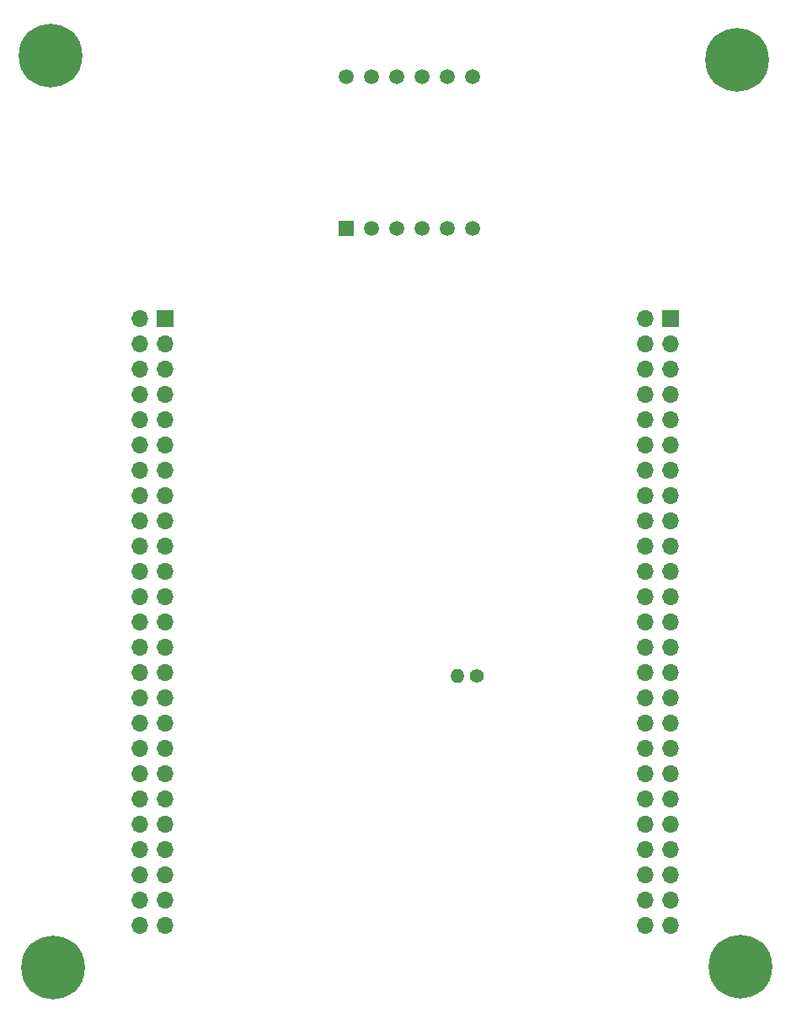
<source format=gbr>
%TF.GenerationSoftware,KiCad,Pcbnew,(7.0.0)*%
%TF.CreationDate,2023-06-01T01:21:08-06:00*%
%TF.ProjectId,FinalProject,46696e61-6c50-4726-9f6a-6563742e6b69,rev?*%
%TF.SameCoordinates,Original*%
%TF.FileFunction,Soldermask,Bot*%
%TF.FilePolarity,Negative*%
%FSLAX46Y46*%
G04 Gerber Fmt 4.6, Leading zero omitted, Abs format (unit mm)*
G04 Created by KiCad (PCBNEW (7.0.0)) date 2023-06-01 01:21:08*
%MOMM*%
%LPD*%
G01*
G04 APERTURE LIST*
%ADD10O,1.400000X1.400000*%
%ADD11C,1.400000*%
%ADD12R,1.700000X1.700000*%
%ADD13O,1.700000X1.700000*%
%ADD14C,6.400000*%
%ADD15R,1.500000X1.500000*%
%ADD16C,1.500000*%
G04 APERTURE END LIST*
D10*
%TO.C,R9*%
X153104999Y-87399999D03*
D11*
X155005000Y-87400000D03*
%TD*%
D12*
%TO.C,J2*%
X174467499Y-51499999D03*
D13*
X171927499Y-51499999D03*
X174467499Y-54039999D03*
X171927499Y-54039999D03*
X174467499Y-56579999D03*
X171927499Y-56579999D03*
X174467499Y-59119999D03*
X171927499Y-59119999D03*
X174467499Y-61659999D03*
X171927499Y-61659999D03*
X174467499Y-64199999D03*
X171927499Y-64199999D03*
X174467499Y-66739999D03*
X171927499Y-66739999D03*
X174467499Y-69279999D03*
X171927499Y-69279999D03*
X174467499Y-71819999D03*
X171927499Y-71819999D03*
X174467499Y-74359999D03*
X171927499Y-74359999D03*
X174467499Y-76899999D03*
X171927499Y-76899999D03*
X174467499Y-79439999D03*
X171927499Y-79439999D03*
X174467499Y-81979999D03*
X171927499Y-81979999D03*
X174467499Y-84519999D03*
X171927499Y-84519999D03*
X174467499Y-87059999D03*
X171927499Y-87059999D03*
X174467499Y-89599999D03*
X171927499Y-89599999D03*
X174467499Y-92139999D03*
X171927499Y-92139999D03*
X174467499Y-94679999D03*
X171927499Y-94679999D03*
X174467499Y-97219999D03*
X171927499Y-97219999D03*
X174467499Y-99759999D03*
X171927499Y-99759999D03*
X174467499Y-102299999D03*
X171927499Y-102299999D03*
X174467499Y-104839999D03*
X171927499Y-104839999D03*
X174467499Y-107379999D03*
X171927499Y-107379999D03*
X174467499Y-109919999D03*
X171927499Y-109919999D03*
X174467499Y-112459999D03*
X171927499Y-112459999D03*
%TD*%
D14*
%TO.C,H3*%
X181200000Y-25500000D03*
%TD*%
%TO.C,H4*%
X181500000Y-116600000D03*
%TD*%
%TO.C,H2*%
X112200000Y-25100000D03*
%TD*%
D15*
%TO.C,U1*%
X141899999Y-42399999D03*
D16*
X144440000Y-42400000D03*
X146980000Y-42400000D03*
X149520000Y-42400000D03*
X152060000Y-42400000D03*
X154600000Y-42400000D03*
X154600000Y-27160000D03*
X152060000Y-27160000D03*
X149520000Y-27160000D03*
X146980000Y-27160000D03*
X144440000Y-27160000D03*
X141900000Y-27160000D03*
%TD*%
D12*
%TO.C,J1*%
X123677499Y-51499999D03*
D13*
X121137499Y-51499999D03*
X123677499Y-54039999D03*
X121137499Y-54039999D03*
X123677499Y-56579999D03*
X121137499Y-56579999D03*
X123677499Y-59119999D03*
X121137499Y-59119999D03*
X123677499Y-61659999D03*
X121137499Y-61659999D03*
X123677499Y-64199999D03*
X121137499Y-64199999D03*
X123677499Y-66739999D03*
X121137499Y-66739999D03*
X123677499Y-69279999D03*
X121137499Y-69279999D03*
X123677499Y-71819999D03*
X121137499Y-71819999D03*
X123677499Y-74359999D03*
X121137499Y-74359999D03*
X123677499Y-76899999D03*
X121137499Y-76899999D03*
X123677499Y-79439999D03*
X121137499Y-79439999D03*
X123677499Y-81979999D03*
X121137499Y-81979999D03*
X123677499Y-84519999D03*
X121137499Y-84519999D03*
X123677499Y-87059999D03*
X121137499Y-87059999D03*
X123677499Y-89599999D03*
X121137499Y-89599999D03*
X123677499Y-92139999D03*
X121137499Y-92139999D03*
X123677499Y-94679999D03*
X121137499Y-94679999D03*
X123677499Y-97219999D03*
X121137499Y-97219999D03*
X123677499Y-99759999D03*
X121137499Y-99759999D03*
X123677499Y-102299999D03*
X121137499Y-102299999D03*
X123677499Y-104839999D03*
X121137499Y-104839999D03*
X123677499Y-107379999D03*
X121137499Y-107379999D03*
X123677499Y-109919999D03*
X121137499Y-109919999D03*
X123677499Y-112459999D03*
X121137499Y-112459999D03*
%TD*%
D14*
%TO.C,H1*%
X112400000Y-116700000D03*
%TD*%
M02*

</source>
